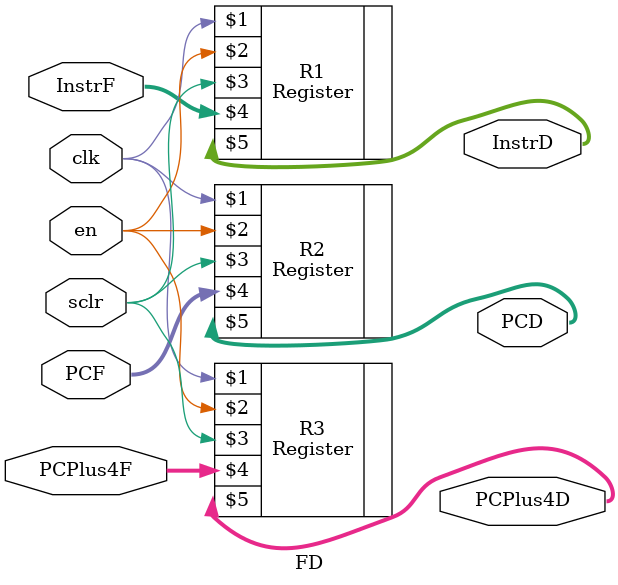
<source format=v>
module FD(clk,sclr,en,InstrF,PCF,PCPlus4F,InstrD,PCD,PCPlus4D);
	input clk,sclr,en;
	input[31:0] InstrF,PCF,PCPlus4F;
	output[31:0] InstrD,PCD,PCPlus4D;

	Register R1(clk,en,sclr,InstrF,InstrD);
	Register R2(clk,en,sclr,PCF,PCD);
	Register R3(clk,en,sclr,PCPlus4F,PCPlus4D);
endmodule



</source>
